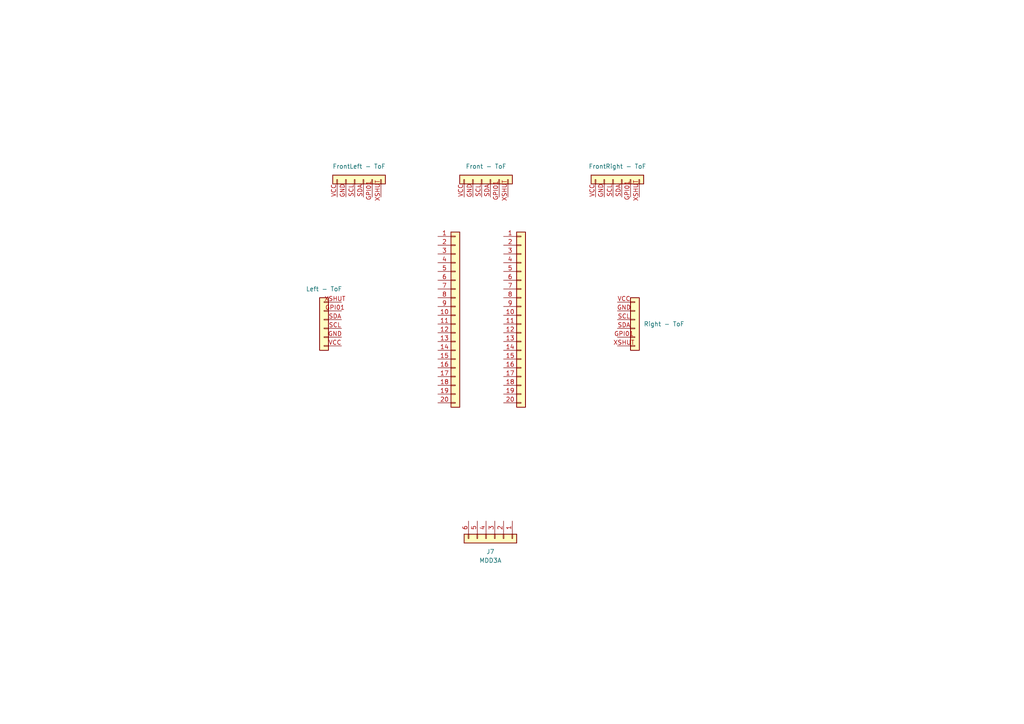
<source format=kicad_sch>
(kicad_sch (version 20250114) (generator "eeschema") (generator_version "9.0")
  (paper "A4")
  (lib_symbols
    (symbol "Conn_01x06_1" (pin_names (offset 1.016) (hide yes))
      (property "Value" "Left - ToF" (at 0 -11.43 0))
      (symbol "Conn_01x06_1_1_1"
        (rectangle (start -1.27 6.35) (end 1.27 -8.89) (stroke (width 0.254)) (fill (type background)))
        (rectangle (start -1.27 5.207) (end 0 4.953) (stroke (width 0.1524)))
        (rectangle (start -1.27 2.667) (end 0 2.413) (stroke (width 0.1524)))
        (rectangle (start -1.27 0.127) (end 0 -0.127) (stroke (width 0.1524)))
        (rectangle (start -1.27 -2.413) (end 0 -2.667) (stroke (width 0.1524)))
        (rectangle (start -1.27 -4.953) (end 0 -5.207) (stroke (width 0.1524)))
        (rectangle (start -1.27 -7.493) (end 0 -7.747) (stroke (width 0.1524)))
        (pin passive line (at -5.08 5.08 0) (length 3.81) (name "Pin_1") (number "VCC"))
        (pin passive line (at -5.08 2.54 0) (length 3.81) (name "Pin_2") (number "GND"))
        (pin passive line (at -5.08 0 0) (length 3.81) (name "Pin_3") (number "SCL"))
        (pin passive line (at -5.08 -2.54 0) (length 3.81) (name "Pin_4") (number "SDA"))
        (pin passive line (at -5.08 -5.08 0) (length 3.81) (name "Pin_5") (number "GPI01"))
        (pin passive line (at -5.08 -7.62 0) (length 3.81) (name "Pin_6") (number "XSHUT"))
      )
    )
    (symbol "Connector_Generic:Conn_01x06" (pin_names (offset 1.016) (hide yes))
      (property "Reference" "J" (at 0 7.62 0))
      (property "Value" "Conn_01x06" (at 0 -10.16 0))
      (symbol "Conn_01x06_1_1"
        (rectangle (start -1.27 6.35) (end 1.27 -8.89) (stroke (width 0.254)) (fill (type background)))
        (rectangle (start -1.27 5.207) (end 0 4.953) (stroke (width 0.1524)))
        (rectangle (start -1.27 2.667) (end 0 2.413) (stroke (width 0.1524)))
        (rectangle (start -1.27 0.127) (end 0 -0.127) (stroke (width 0.1524)))
        (rectangle (start -1.27 -2.413) (end 0 -2.667) (stroke (width 0.1524)))
        (rectangle (start -1.27 -4.953) (end 0 -5.207) (stroke (width 0.1524)))
        (rectangle (start -1.27 -7.493) (end 0 -7.747) (stroke (width 0.1524)))
        (pin passive line (at -5.08 5.08 0) (length 3.81) (name "Pin_1") (number "1"))
        (pin passive line (at -5.08 2.54 0) (length 3.81) (name "Pin_2") (number "2"))
        (pin passive line (at -5.08 0 0) (length 3.81) (name "Pin_3") (number "3"))
        (pin passive line (at -5.08 -2.54 0) (length 3.81) (name "Pin_4") (number "4"))
        (pin passive line (at -5.08 -5.08 0) (length 3.81) (name "Pin_5") (number "5"))
        (pin passive line (at -5.08 -7.62 0) (length 3.81) (name "Pin_6") (number "6"))
      )
    )
    (symbol "Connector_Generic:Conn_01x20" (pin_names (offset 1.016) (hide yes))
      (property "Reference" "J" (at 0 25.4 0))
      (property "Value" "Conn_01x20" (at 0 -27.94 0))
      (symbol "Conn_01x20_1_1"
        (rectangle (start -1.27 24.13) (end 1.27 -26.67) (stroke (width 0.254)) (fill (type background)))
        (rectangle (start -1.27 22.987) (end 0 22.733) (stroke (width 0.1524)))
        (rectangle (start -1.27 20.447) (end 0 20.193) (stroke (width 0.1524)))
        (rectangle (start -1.27 17.907) (end 0 17.653) (stroke (width 0.1524)))
        (rectangle (start -1.27 15.367) (end 0 15.113) (stroke (width 0.1524)))
        (rectangle (start -1.27 12.827) (end 0 12.573) (stroke (width 0.1524)))
        (rectangle (start -1.27 10.287) (end 0 10.033) (stroke (width 0.1524)))
        (rectangle (start -1.27 7.747) (end 0 7.493) (stroke (width 0.1524)))
        (rectangle (start -1.27 5.207) (end 0 4.953) (stroke (width 0.1524)))
        (rectangle (start -1.27 2.667) (end 0 2.413) (stroke (width 0.1524)))
        (rectangle (start -1.27 0.127) (end 0 -0.127) (stroke (width 0.1524)))
        (rectangle (start -1.27 -2.413) (end 0 -2.667) (stroke (width 0.1524)))
        (rectangle (start -1.27 -4.953) (end 0 -5.207) (stroke (width 0.1524)))
        (rectangle (start -1.27 -7.493) (end 0 -7.747) (stroke (width 0.1524)))
        (rectangle (start -1.27 -10.033) (end 0 -10.287) (stroke (width 0.1524)))
        (rectangle (start -1.27 -12.573) (end 0 -12.827) (stroke (width 0.1524)))
        (rectangle (start -1.27 -15.113) (end 0 -15.367) (stroke (width 0.1524)))
        (rectangle (start -1.27 -17.653) (end 0 -17.907) (stroke (width 0.1524)))
        (rectangle (start -1.27 -20.193) (end 0 -20.447) (stroke (width 0.1524)))
        (rectangle (start -1.27 -22.733) (end 0 -22.987) (stroke (width 0.1524)))
        (rectangle (start -1.27 -25.273) (end 0 -25.527) (stroke (width 0.1524)))
        (pin passive line (at -5.08 22.86 0) (length 3.81) (name "Pin_1") (number "1"))
        (pin passive line (at -5.08 20.32 0) (length 3.81) (name "Pin_2") (number "2"))
        (pin passive line (at -5.08 17.78 0) (length 3.81) (name "Pin_3") (number "3"))
        (pin passive line (at -5.08 15.24 0) (length 3.81) (name "Pin_4") (number "4"))
        (pin passive line (at -5.08 12.7 0) (length 3.81) (name "Pin_5") (number "5"))
        (pin passive line (at -5.08 10.16 0) (length 3.81) (name "Pin_6") (number "6"))
        (pin passive line (at -5.08 7.62 0) (length 3.81) (name "Pin_7") (number "7"))
        (pin passive line (at -5.08 5.08 0) (length 3.81) (name "Pin_8") (number "8"))
        (pin passive line (at -5.08 2.54 0) (length 3.81) (name "Pin_9") (number "9"))
        (pin passive line (at -5.08 0 0) (length 3.81) (name "Pin_10") (number "10"))
        (pin passive line (at -5.08 -2.54 0) (length 3.81) (name "Pin_11") (number "11"))
        (pin passive line (at -5.08 -5.08 0) (length 3.81) (name "Pin_12") (number "12"))
        (pin passive line (at -5.08 -7.62 0) (length 3.81) (name "Pin_13") (number "13"))
        (pin passive line (at -5.08 -10.16 0) (length 3.81) (name "Pin_14") (number "14"))
        (pin passive line (at -5.08 -12.7 0) (length 3.81) (name "Pin_15") (number "15"))
        (pin passive line (at -5.08 -15.24 0) (length 3.81) (name "Pin_16") (number "16"))
        (pin passive line (at -5.08 -17.78 0) (length 3.81) (name "Pin_17") (number "17"))
        (pin passive line (at -5.08 -20.32 0) (length 3.81) (name "Pin_18") (number "18"))
        (pin passive line (at -5.08 -22.86 0) (length 3.81) (name "Pin_19") (number "19"))
        (pin passive line (at -5.08 -25.4 0) (length 3.81) (name "Pin_20") (number "20"))
      )
    )
  )
  (symbol (lib_name "Conn_01x06_1") (lib_id "Connector_Generic:Conn_01x06") (at 139.7 52.07 90) (unit 1)
    (property "Reference" "J10" (effects (hide yes)))
    (property "Value" "Front - ToF" (at 140.97 48.26 90))
    (property "Description" "Generic connector, single row, 01x06, script generated (kicad-library-utils/schlib/autogen/connector/)" (effects (hide yes)))
  )
  (symbol (lib_name "Conn_01x06_1") (lib_id "Connector_Generic:Conn_01x06") (at 102.87 52.07 90) (unit 1)
    (property "Reference" "J9" (effects (hide yes)))
    (property "Value" "FrontLeft - ToF" (at 104.14 48.26 90))
    (property "Description" "Generic connector, single row, 01x06, script generated (kicad-library-utils/schlib/autogen/connector/)" (effects (hide yes)))
  )
  (symbol (lib_name "Conn_01x06_1") (lib_id "Connector_Generic:Conn_01x06") (at 93.98 95.25 180) (unit 1)
    (property "Reference" "J1" (effects (hide yes)))
    (property "Value" "Left - ToF" (at 93.98 83.82 0))
    (property "Description" "Generic connector, single row, 01x06, script generated (kicad-library-utils/schlib/autogen/connector/)" (effects (hide yes)))
  )
  (symbol (lib_name "Conn_01x06_1") (lib_id "Connector_Generic:Conn_01x06") (at 184.15 92.71 0) (unit 1)
    (property "Reference" "J4" (effects (hide yes)))
    (property "Value" "Right - ToF" (at 186.69 93.9799 0) (effects (justify left)))
    (property "Description" "Generic connector, single row, 01x06, script generated (kicad-library-utils/schlib/autogen/connector/)" (effects (hide yes)))
  )
  (symbol (lib_name "Conn_01x06_1") (lib_id "Connector_Generic:Conn_01x06") (at 177.8 52.07 90) (unit 1)
    (property "Reference" "J11" (effects (hide yes)))
    (property "Value" "FrontRight - ToF" (at 179.07 48.26 90))
    (property "Description" "Generic connector, single row, 01x06, script generated (kicad-library-utils/schlib/autogen/connector/)" (effects (hide yes)))
  )
  (symbol (lib_id "Connector_Generic:Conn_01x20") (at 151.13 91.44 0) (unit 1)
    (property "Reference" "J2" (effects (hide yes)))
    (property "Value" "Conn_01x20" (effects (hide yes)))
    (property "Footprint" "Connector_PinSocket_2.54mm:PinSocket_1x20_P2.54mm_Vertical" (effects (hide yes)))
    (property "Description" "Generic connector, single row, 01x20, script generated (kicad-library-utils/schlib/autogen/connector/)" (effects (hide yes)))
  )
  (symbol (lib_id "Connector_Generic:Conn_01x20") (at 132.08 91.44 0) (unit 1)
    (property "Reference" "J3" (effects (hide yes)))
    (property "Value" "Conn_01x20" (effects (hide yes)))
    (property "Footprint" "Connector_PinSocket_2.54mm:PinSocket_1x20_P2.54mm_Vertical" (effects (hide yes)))
    (property "Description" "Generic connector, single row, 01x20, script generated (kicad-library-utils/schlib/autogen/connector/)" (effects (hide yes)))
  )
  (symbol (lib_id "Connector_Generic:Conn_01x06") (at 143.51 156.21 270) (unit 1)
    (property "Reference" "J7" (at 142.24 160.02 90))
    (property "Value" "MDD3A" (at 142.24 162.56 90))
    (property "Description" "Generic connector, single row, 01x06, script generated (kicad-library-utils/schlib/autogen/connector/)" (effects (hide yes)))
  )
)
</source>
